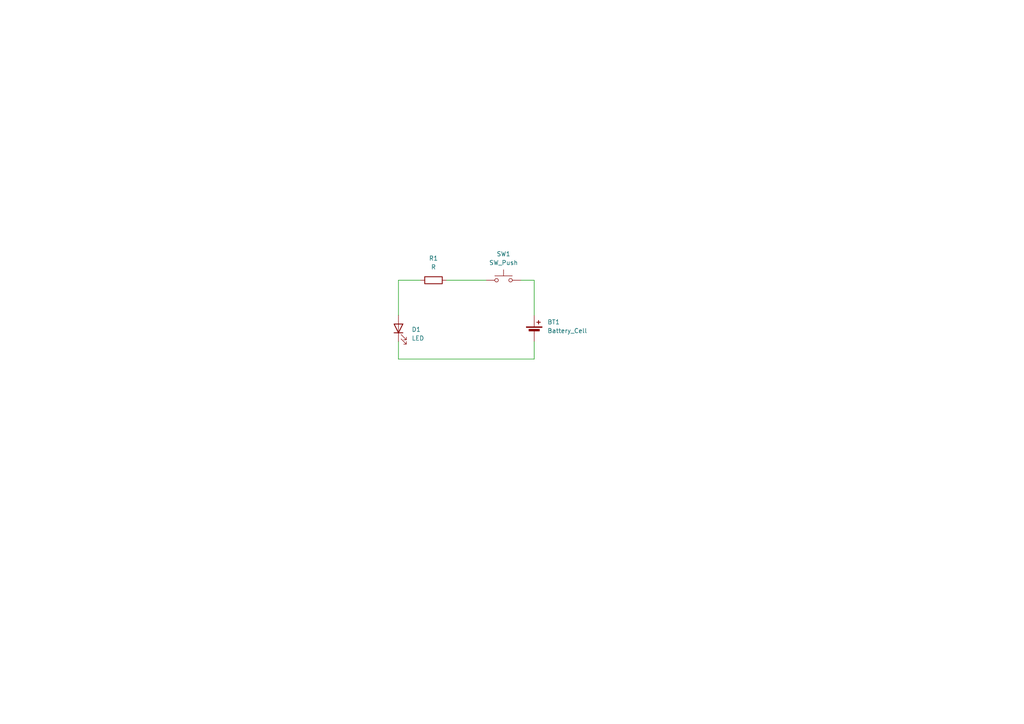
<source format=kicad_sch>
(kicad_sch
	(version 20250114)
	(generator "eeschema")
	(generator_version "9.0")
	(uuid "448b5c88-0952-43dc-bbe6-98f9c5a72c71")
	(paper "A4")
	(lib_symbols
		(symbol "Device:Battery_Cell"
			(pin_numbers
				(hide yes)
			)
			(pin_names
				(offset 0)
				(hide yes)
			)
			(exclude_from_sim no)
			(in_bom yes)
			(on_board yes)
			(property "Reference" "BT"
				(at 2.54 2.54 0)
				(effects
					(font
						(size 1.27 1.27)
					)
					(justify left)
				)
			)
			(property "Value" "Battery_Cell"
				(at 2.54 0 0)
				(effects
					(font
						(size 1.27 1.27)
					)
					(justify left)
				)
			)
			(property "Footprint" ""
				(at 0 1.524 90)
				(effects
					(font
						(size 1.27 1.27)
					)
					(hide yes)
				)
			)
			(property "Datasheet" "~"
				(at 0 1.524 90)
				(effects
					(font
						(size 1.27 1.27)
					)
					(hide yes)
				)
			)
			(property "Description" "Single-cell battery"
				(at 0 0 0)
				(effects
					(font
						(size 1.27 1.27)
					)
					(hide yes)
				)
			)
			(property "ki_keywords" "battery cell"
				(at 0 0 0)
				(effects
					(font
						(size 1.27 1.27)
					)
					(hide yes)
				)
			)
			(symbol "Battery_Cell_0_1"
				(rectangle
					(start -2.286 1.778)
					(end 2.286 1.524)
					(stroke
						(width 0)
						(type default)
					)
					(fill
						(type outline)
					)
				)
				(rectangle
					(start -1.524 1.016)
					(end 1.524 0.508)
					(stroke
						(width 0)
						(type default)
					)
					(fill
						(type outline)
					)
				)
				(polyline
					(pts
						(xy 0 1.778) (xy 0 2.54)
					)
					(stroke
						(width 0)
						(type default)
					)
					(fill
						(type none)
					)
				)
				(polyline
					(pts
						(xy 0 0.762) (xy 0 0)
					)
					(stroke
						(width 0)
						(type default)
					)
					(fill
						(type none)
					)
				)
				(polyline
					(pts
						(xy 0.762 3.048) (xy 1.778 3.048)
					)
					(stroke
						(width 0.254)
						(type default)
					)
					(fill
						(type none)
					)
				)
				(polyline
					(pts
						(xy 1.27 3.556) (xy 1.27 2.54)
					)
					(stroke
						(width 0.254)
						(type default)
					)
					(fill
						(type none)
					)
				)
			)
			(symbol "Battery_Cell_1_1"
				(pin passive line
					(at 0 5.08 270)
					(length 2.54)
					(name "+"
						(effects
							(font
								(size 1.27 1.27)
							)
						)
					)
					(number "1"
						(effects
							(font
								(size 1.27 1.27)
							)
						)
					)
				)
				(pin passive line
					(at 0 -2.54 90)
					(length 2.54)
					(name "-"
						(effects
							(font
								(size 1.27 1.27)
							)
						)
					)
					(number "2"
						(effects
							(font
								(size 1.27 1.27)
							)
						)
					)
				)
			)
			(embedded_fonts no)
		)
		(symbol "Device:LED"
			(pin_numbers
				(hide yes)
			)
			(pin_names
				(offset 1.016)
				(hide yes)
			)
			(exclude_from_sim no)
			(in_bom yes)
			(on_board yes)
			(property "Reference" "D"
				(at 0 2.54 0)
				(effects
					(font
						(size 1.27 1.27)
					)
				)
			)
			(property "Value" "LED"
				(at 0 -2.54 0)
				(effects
					(font
						(size 1.27 1.27)
					)
				)
			)
			(property "Footprint" ""
				(at 0 0 0)
				(effects
					(font
						(size 1.27 1.27)
					)
					(hide yes)
				)
			)
			(property "Datasheet" "~"
				(at 0 0 0)
				(effects
					(font
						(size 1.27 1.27)
					)
					(hide yes)
				)
			)
			(property "Description" "Light emitting diode"
				(at 0 0 0)
				(effects
					(font
						(size 1.27 1.27)
					)
					(hide yes)
				)
			)
			(property "Sim.Pins" "1=K 2=A"
				(at 0 0 0)
				(effects
					(font
						(size 1.27 1.27)
					)
					(hide yes)
				)
			)
			(property "ki_keywords" "LED diode"
				(at 0 0 0)
				(effects
					(font
						(size 1.27 1.27)
					)
					(hide yes)
				)
			)
			(property "ki_fp_filters" "LED* LED_SMD:* LED_THT:*"
				(at 0 0 0)
				(effects
					(font
						(size 1.27 1.27)
					)
					(hide yes)
				)
			)
			(symbol "LED_0_1"
				(polyline
					(pts
						(xy -3.048 -0.762) (xy -4.572 -2.286) (xy -3.81 -2.286) (xy -4.572 -2.286) (xy -4.572 -1.524)
					)
					(stroke
						(width 0)
						(type default)
					)
					(fill
						(type none)
					)
				)
				(polyline
					(pts
						(xy -1.778 -0.762) (xy -3.302 -2.286) (xy -2.54 -2.286) (xy -3.302 -2.286) (xy -3.302 -1.524)
					)
					(stroke
						(width 0)
						(type default)
					)
					(fill
						(type none)
					)
				)
				(polyline
					(pts
						(xy -1.27 0) (xy 1.27 0)
					)
					(stroke
						(width 0)
						(type default)
					)
					(fill
						(type none)
					)
				)
				(polyline
					(pts
						(xy -1.27 -1.27) (xy -1.27 1.27)
					)
					(stroke
						(width 0.254)
						(type default)
					)
					(fill
						(type none)
					)
				)
				(polyline
					(pts
						(xy 1.27 -1.27) (xy 1.27 1.27) (xy -1.27 0) (xy 1.27 -1.27)
					)
					(stroke
						(width 0.254)
						(type default)
					)
					(fill
						(type none)
					)
				)
			)
			(symbol "LED_1_1"
				(pin passive line
					(at -3.81 0 0)
					(length 2.54)
					(name "K"
						(effects
							(font
								(size 1.27 1.27)
							)
						)
					)
					(number "1"
						(effects
							(font
								(size 1.27 1.27)
							)
						)
					)
				)
				(pin passive line
					(at 3.81 0 180)
					(length 2.54)
					(name "A"
						(effects
							(font
								(size 1.27 1.27)
							)
						)
					)
					(number "2"
						(effects
							(font
								(size 1.27 1.27)
							)
						)
					)
				)
			)
			(embedded_fonts no)
		)
		(symbol "Device:R"
			(pin_numbers
				(hide yes)
			)
			(pin_names
				(offset 0)
			)
			(exclude_from_sim no)
			(in_bom yes)
			(on_board yes)
			(property "Reference" "R"
				(at 2.032 0 90)
				(effects
					(font
						(size 1.27 1.27)
					)
				)
			)
			(property "Value" "R"
				(at 0 0 90)
				(effects
					(font
						(size 1.27 1.27)
					)
				)
			)
			(property "Footprint" ""
				(at -1.778 0 90)
				(effects
					(font
						(size 1.27 1.27)
					)
					(hide yes)
				)
			)
			(property "Datasheet" "~"
				(at 0 0 0)
				(effects
					(font
						(size 1.27 1.27)
					)
					(hide yes)
				)
			)
			(property "Description" "Resistor"
				(at 0 0 0)
				(effects
					(font
						(size 1.27 1.27)
					)
					(hide yes)
				)
			)
			(property "ki_keywords" "R res resistor"
				(at 0 0 0)
				(effects
					(font
						(size 1.27 1.27)
					)
					(hide yes)
				)
			)
			(property "ki_fp_filters" "R_*"
				(at 0 0 0)
				(effects
					(font
						(size 1.27 1.27)
					)
					(hide yes)
				)
			)
			(symbol "R_0_1"
				(rectangle
					(start -1.016 -2.54)
					(end 1.016 2.54)
					(stroke
						(width 0.254)
						(type default)
					)
					(fill
						(type none)
					)
				)
			)
			(symbol "R_1_1"
				(pin passive line
					(at 0 3.81 270)
					(length 1.27)
					(name "~"
						(effects
							(font
								(size 1.27 1.27)
							)
						)
					)
					(number "1"
						(effects
							(font
								(size 1.27 1.27)
							)
						)
					)
				)
				(pin passive line
					(at 0 -3.81 90)
					(length 1.27)
					(name "~"
						(effects
							(font
								(size 1.27 1.27)
							)
						)
					)
					(number "2"
						(effects
							(font
								(size 1.27 1.27)
							)
						)
					)
				)
			)
			(embedded_fonts no)
		)
		(symbol "Switch:SW_Push"
			(pin_numbers
				(hide yes)
			)
			(pin_names
				(offset 1.016)
				(hide yes)
			)
			(exclude_from_sim no)
			(in_bom yes)
			(on_board yes)
			(property "Reference" "SW"
				(at 1.27 2.54 0)
				(effects
					(font
						(size 1.27 1.27)
					)
					(justify left)
				)
			)
			(property "Value" "SW_Push"
				(at 0 -1.524 0)
				(effects
					(font
						(size 1.27 1.27)
					)
				)
			)
			(property "Footprint" ""
				(at 0 5.08 0)
				(effects
					(font
						(size 1.27 1.27)
					)
					(hide yes)
				)
			)
			(property "Datasheet" "~"
				(at 0 5.08 0)
				(effects
					(font
						(size 1.27 1.27)
					)
					(hide yes)
				)
			)
			(property "Description" "Push button switch, generic, two pins"
				(at 0 0 0)
				(effects
					(font
						(size 1.27 1.27)
					)
					(hide yes)
				)
			)
			(property "ki_keywords" "switch normally-open pushbutton push-button"
				(at 0 0 0)
				(effects
					(font
						(size 1.27 1.27)
					)
					(hide yes)
				)
			)
			(symbol "SW_Push_0_1"
				(circle
					(center -2.032 0)
					(radius 0.508)
					(stroke
						(width 0)
						(type default)
					)
					(fill
						(type none)
					)
				)
				(polyline
					(pts
						(xy 0 1.27) (xy 0 3.048)
					)
					(stroke
						(width 0)
						(type default)
					)
					(fill
						(type none)
					)
				)
				(circle
					(center 2.032 0)
					(radius 0.508)
					(stroke
						(width 0)
						(type default)
					)
					(fill
						(type none)
					)
				)
				(polyline
					(pts
						(xy 2.54 1.27) (xy -2.54 1.27)
					)
					(stroke
						(width 0)
						(type default)
					)
					(fill
						(type none)
					)
				)
				(pin passive line
					(at -5.08 0 0)
					(length 2.54)
					(name "1"
						(effects
							(font
								(size 1.27 1.27)
							)
						)
					)
					(number "1"
						(effects
							(font
								(size 1.27 1.27)
							)
						)
					)
				)
				(pin passive line
					(at 5.08 0 180)
					(length 2.54)
					(name "2"
						(effects
							(font
								(size 1.27 1.27)
							)
						)
					)
					(number "2"
						(effects
							(font
								(size 1.27 1.27)
							)
						)
					)
				)
			)
			(embedded_fonts no)
		)
	)
	(wire
		(pts
			(xy 154.94 104.14) (xy 115.57 104.14)
		)
		(stroke
			(width 0)
			(type default)
		)
		(uuid "04763f1f-02f1-444d-97fb-0bac2d6858dc")
	)
	(wire
		(pts
			(xy 129.54 81.28) (xy 140.97 81.28)
		)
		(stroke
			(width 0)
			(type default)
		)
		(uuid "601ecbf2-4d0e-4202-b347-6801486b6c67")
	)
	(wire
		(pts
			(xy 151.13 81.28) (xy 154.94 81.28)
		)
		(stroke
			(width 0)
			(type default)
		)
		(uuid "68aea289-45fb-455d-8b47-d3a73ee011c4")
	)
	(wire
		(pts
			(xy 154.94 99.06) (xy 154.94 104.14)
		)
		(stroke
			(width 0)
			(type default)
		)
		(uuid "866eb133-fdf1-4cc4-b5b8-f5d779d2ad1f")
	)
	(wire
		(pts
			(xy 115.57 81.28) (xy 121.92 81.28)
		)
		(stroke
			(width 0)
			(type default)
		)
		(uuid "8ae4b2f3-c1a8-4449-81d3-24b2e2b299f8")
	)
	(wire
		(pts
			(xy 154.94 81.28) (xy 154.94 91.44)
		)
		(stroke
			(width 0)
			(type default)
		)
		(uuid "bb6812a3-81e1-4f0c-92fa-1e6f04791a1a")
	)
	(wire
		(pts
			(xy 115.57 91.44) (xy 115.57 81.28)
		)
		(stroke
			(width 0)
			(type default)
		)
		(uuid "f1b7c6df-0d16-437a-8bae-bd7a75063468")
	)
	(wire
		(pts
			(xy 115.57 104.14) (xy 115.57 99.06)
		)
		(stroke
			(width 0)
			(type default)
		)
		(uuid "f3c4fd0a-824f-4e15-a7f8-48335af1b31f")
	)
	(symbol
		(lib_id "Device:LED")
		(at 115.57 95.25 90)
		(unit 1)
		(exclude_from_sim no)
		(in_bom yes)
		(on_board yes)
		(dnp no)
		(fields_autoplaced yes)
		(uuid "5e3d3a22-eaae-47af-942b-37bd63301203")
		(property "Reference" "D1"
			(at 119.38 95.5674 90)
			(effects
				(font
					(size 1.27 1.27)
				)
				(justify right)
			)
		)
		(property "Value" "LED"
			(at 119.38 98.1074 90)
			(effects
				(font
					(size 1.27 1.27)
				)
				(justify right)
			)
		)
		(property "Footprint" ""
			(at 115.57 95.25 0)
			(effects
				(font
					(size 1.27 1.27)
				)
				(hide yes)
			)
		)
		(property "Datasheet" "~"
			(at 115.57 95.25 0)
			(effects
				(font
					(size 1.27 1.27)
				)
				(hide yes)
			)
		)
		(property "Description" "Light emitting diode"
			(at 115.57 95.25 0)
			(effects
				(font
					(size 1.27 1.27)
				)
				(hide yes)
			)
		)
		(property "Sim.Pins" "1=K 2=A"
			(at 115.57 95.25 0)
			(effects
				(font
					(size 1.27 1.27)
				)
				(hide yes)
			)
		)
		(pin "1"
			(uuid "a0219deb-fce0-4326-935d-6e1055b9455a")
		)
		(pin "2"
			(uuid "09dd5491-1ba9-46db-96b2-aace379493fd")
		)
		(instances
			(project ""
				(path "/448b5c88-0952-43dc-bbe6-98f9c5a72c71"
					(reference "D1")
					(unit 1)
				)
			)
		)
	)
	(symbol
		(lib_id "Device:R")
		(at 125.73 81.28 90)
		(unit 1)
		(exclude_from_sim no)
		(in_bom yes)
		(on_board yes)
		(dnp no)
		(fields_autoplaced yes)
		(uuid "94e7477e-6854-49eb-bdeb-b065e24f19d7")
		(property "Reference" "R1"
			(at 125.73 74.93 90)
			(effects
				(font
					(size 1.27 1.27)
				)
			)
		)
		(property "Value" "R"
			(at 125.73 77.47 90)
			(effects
				(font
					(size 1.27 1.27)
				)
			)
		)
		(property "Footprint" ""
			(at 125.73 83.058 90)
			(effects
				(font
					(size 1.27 1.27)
				)
				(hide yes)
			)
		)
		(property "Datasheet" "~"
			(at 125.73 81.28 0)
			(effects
				(font
					(size 1.27 1.27)
				)
				(hide yes)
			)
		)
		(property "Description" "Resistor"
			(at 125.73 81.28 0)
			(effects
				(font
					(size 1.27 1.27)
				)
				(hide yes)
			)
		)
		(pin "2"
			(uuid "37fa5325-73d1-4b4c-9cac-7977d68a2389")
		)
		(pin "1"
			(uuid "5ce8c5c5-f7b6-4b40-a4b0-2cbc7c31074a")
		)
		(instances
			(project ""
				(path "/448b5c88-0952-43dc-bbe6-98f9c5a72c71"
					(reference "R1")
					(unit 1)
				)
			)
		)
	)
	(symbol
		(lib_id "Switch:SW_Push")
		(at 146.05 81.28 0)
		(unit 1)
		(exclude_from_sim no)
		(in_bom yes)
		(on_board yes)
		(dnp no)
		(fields_autoplaced yes)
		(uuid "dff48381-d23e-4c0e-950f-07f11e8b4832")
		(property "Reference" "SW1"
			(at 146.05 73.66 0)
			(effects
				(font
					(size 1.27 1.27)
				)
			)
		)
		(property "Value" "SW_Push"
			(at 146.05 76.2 0)
			(effects
				(font
					(size 1.27 1.27)
				)
			)
		)
		(property "Footprint" ""
			(at 146.05 76.2 0)
			(effects
				(font
					(size 1.27 1.27)
				)
				(hide yes)
			)
		)
		(property "Datasheet" "~"
			(at 146.05 76.2 0)
			(effects
				(font
					(size 1.27 1.27)
				)
				(hide yes)
			)
		)
		(property "Description" "Push button switch, generic, two pins"
			(at 146.05 81.28 0)
			(effects
				(font
					(size 1.27 1.27)
				)
				(hide yes)
			)
		)
		(pin "1"
			(uuid "9d305eb6-8b1b-4bc3-ac07-621ab86c684d")
		)
		(pin "2"
			(uuid "c4634505-d75d-4003-a092-816d30afe783")
		)
		(instances
			(project ""
				(path "/448b5c88-0952-43dc-bbe6-98f9c5a72c71"
					(reference "SW1")
					(unit 1)
				)
			)
		)
	)
	(symbol
		(lib_id "Device:Battery_Cell")
		(at 154.94 96.52 0)
		(unit 1)
		(exclude_from_sim no)
		(in_bom yes)
		(on_board yes)
		(dnp no)
		(fields_autoplaced yes)
		(uuid "e40cff8d-d3ce-4f3c-8150-7e9207c7d1e5")
		(property "Reference" "BT1"
			(at 158.75 93.4084 0)
			(effects
				(font
					(size 1.27 1.27)
				)
				(justify left)
			)
		)
		(property "Value" "Battery_Cell"
			(at 158.75 95.9484 0)
			(effects
				(font
					(size 1.27 1.27)
				)
				(justify left)
			)
		)
		(property "Footprint" ""
			(at 154.94 94.996 90)
			(effects
				(font
					(size 1.27 1.27)
				)
				(hide yes)
			)
		)
		(property "Datasheet" "~"
			(at 154.94 94.996 90)
			(effects
				(font
					(size 1.27 1.27)
				)
				(hide yes)
			)
		)
		(property "Description" "Single-cell battery"
			(at 154.94 96.52 0)
			(effects
				(font
					(size 1.27 1.27)
				)
				(hide yes)
			)
		)
		(pin "2"
			(uuid "4da4a412-bcd9-4837-b41f-982a69d451e2")
		)
		(pin "1"
			(uuid "55537230-c7c3-4cf7-835c-835f1a5cf6e5")
		)
		(instances
			(project ""
				(path "/448b5c88-0952-43dc-bbe6-98f9c5a72c71"
					(reference "BT1")
					(unit 1)
				)
			)
		)
	)
	(sheet_instances
		(path "/"
			(page "1")
		)
	)
	(embedded_fonts no)
)

</source>
